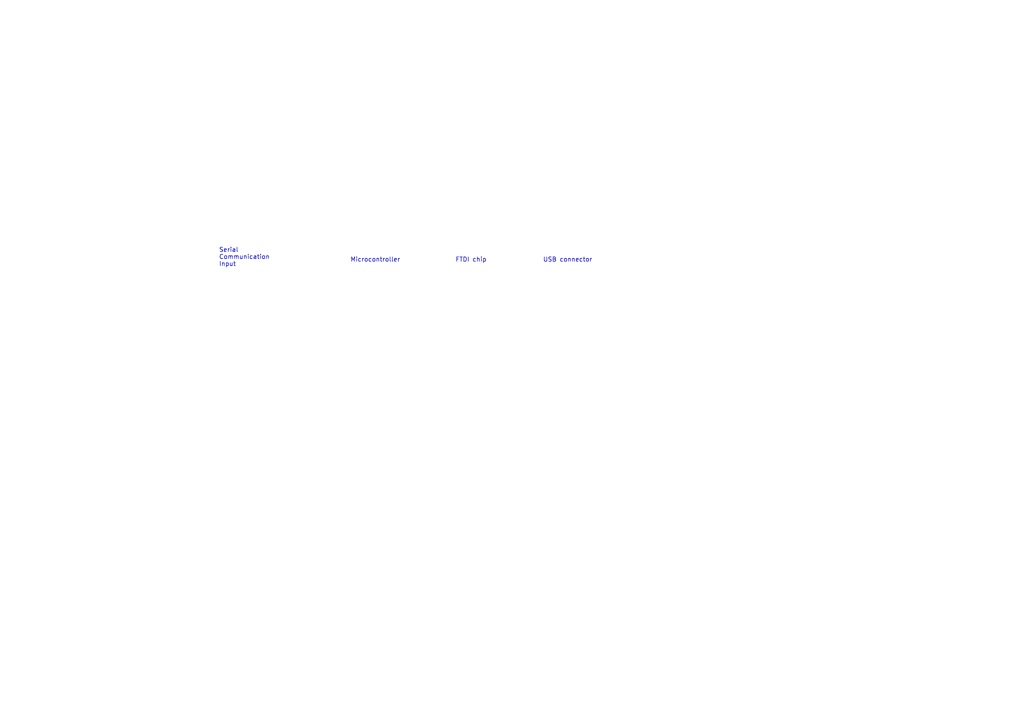
<source format=kicad_sch>
(kicad_sch (version 20211123) (generator eeschema)
  (paper "A4")
  (lib_symbols)
  (text "Serial \nCommunication\nInput\n" (at 63.5 77.47 0) (effects (font (size 1.27 1.27)) (justify left bottom)))
  (text "Microcontroller" (at 101.6 76.2 0) (effects (font (size 1.27 1.27)) (justify left bottom)))
  (text "USB connector" (at 157.48 76.2 0) (effects (font (size 1.27 1.27)) (justify left bottom)))
  (text "FTDI chip" (at 132.08 76.2 0) (effects (font (size 1.27 1.27)) (justify left bottom)))
)
</source>
